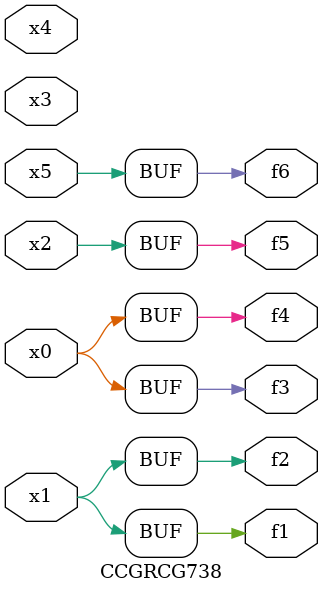
<source format=v>
module CCGRCG738(
	input x0, x1, x2, x3, x4, x5,
	output f1, f2, f3, f4, f5, f6
);
	assign f1 = x1;
	assign f2 = x1;
	assign f3 = x0;
	assign f4 = x0;
	assign f5 = x2;
	assign f6 = x5;
endmodule

</source>
